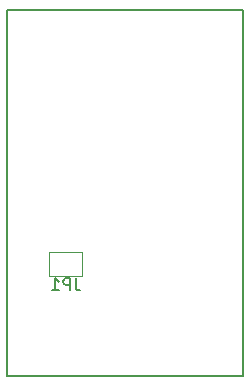
<source format=gbr>
%TF.GenerationSoftware,KiCad,Pcbnew,(5.1.7)-1*%
%TF.CreationDate,2021-03-22T16:24:13+01:00*%
%TF.ProjectId,PIR-Addon,5049522d-4164-4646-9f6e-2e6b69636164,rev?*%
%TF.SameCoordinates,Original*%
%TF.FileFunction,Legend,Bot*%
%TF.FilePolarity,Positive*%
%FSLAX46Y46*%
G04 Gerber Fmt 4.6, Leading zero omitted, Abs format (unit mm)*
G04 Created by KiCad (PCBNEW (5.1.7)-1) date 2021-03-22 16:24:13*
%MOMM*%
%LPD*%
G01*
G04 APERTURE LIST*
%TA.AperFunction,Profile*%
%ADD10C,0.150000*%
%TD*%
%ADD11C,0.120000*%
%ADD12C,0.150000*%
G04 APERTURE END LIST*
D10*
X195000000Y-94000000D02*
X215000000Y-94000000D01*
X195000000Y-125000000D02*
X195000000Y-94000000D01*
X215000000Y-94000000D02*
X215000000Y-125000000D01*
X215000000Y-125000000D02*
X195000000Y-125000000D01*
D11*
%TO.C,JP1*%
X198600000Y-116500000D02*
X201400000Y-116500000D01*
X201400000Y-116500000D02*
X201400000Y-114500000D01*
X201400000Y-114500000D02*
X198600000Y-114500000D01*
X198600000Y-114500000D02*
X198600000Y-116500000D01*
%TD*%
%TO.C,JP1*%
D12*
X200833333Y-116752380D02*
X200833333Y-117466666D01*
X200880952Y-117609523D01*
X200976190Y-117704761D01*
X201119047Y-117752380D01*
X201214285Y-117752380D01*
X200357142Y-117752380D02*
X200357142Y-116752380D01*
X199976190Y-116752380D01*
X199880952Y-116800000D01*
X199833333Y-116847619D01*
X199785714Y-116942857D01*
X199785714Y-117085714D01*
X199833333Y-117180952D01*
X199880952Y-117228571D01*
X199976190Y-117276190D01*
X200357142Y-117276190D01*
X198833333Y-117752380D02*
X199404761Y-117752380D01*
X199119047Y-117752380D02*
X199119047Y-116752380D01*
X199214285Y-116895238D01*
X199309523Y-116990476D01*
X199404761Y-117038095D01*
%TD*%
M02*

</source>
